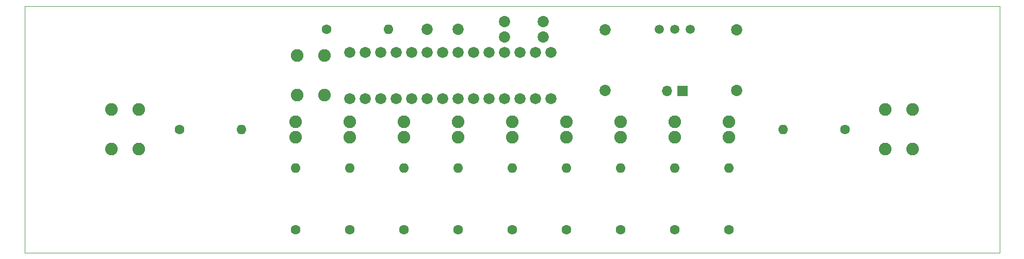
<source format=gbr>
%TF.GenerationSoftware,KiCad,Pcbnew,5.1.9-73d0e3b20d~88~ubuntu20.04.1*%
%TF.CreationDate,2021-02-23T00:09:44-07:00*%
%TF.ProjectId,tow,746f772e-6b69-4636-9164-5f7063625858,rev?*%
%TF.SameCoordinates,Original*%
%TF.FileFunction,Soldermask,Bot*%
%TF.FilePolarity,Negative*%
%FSLAX46Y46*%
G04 Gerber Fmt 4.6, Leading zero omitted, Abs format (unit mm)*
G04 Created by KiCad (PCBNEW 5.1.9-73d0e3b20d~88~ubuntu20.04.1) date 2021-02-23 00:09:44*
%MOMM*%
%LPD*%
G01*
G04 APERTURE LIST*
%TA.AperFunction,Profile*%
%ADD10C,0.050000*%
%TD*%
%ADD11O,1.700000X1.700000*%
%ADD12R,1.700000X1.700000*%
%ADD13C,1.854200*%
%ADD14C,1.828800*%
%ADD15C,1.508760*%
%ADD16C,2.082800*%
%ADD17O,1.600000X1.600000*%
%ADD18C,1.600000*%
G04 APERTURE END LIST*
D10*
X72390000Y-82550000D02*
X232410000Y-82550000D01*
X72390000Y-123190000D02*
X72390000Y-82550000D01*
X232410000Y-123190000D02*
X72390000Y-123190000D01*
X232410000Y-82550000D02*
X232410000Y-123190000D01*
D11*
%TO.C,J1*%
X177800000Y-96520000D03*
D12*
X180340000Y-96520000D03*
%TD*%
D13*
%TO.C,Y1*%
X138430000Y-86360000D03*
X143510000Y-86360000D03*
%TD*%
D14*
%TO.C,U2*%
X125730000Y-90170000D03*
X128270000Y-90170000D03*
X130810000Y-90170000D03*
X133350000Y-90170000D03*
X135890000Y-90170000D03*
X138430000Y-90170000D03*
X140970000Y-90170000D03*
X143510000Y-90170000D03*
X146050000Y-90170000D03*
X148590000Y-90170000D03*
X151130000Y-90170000D03*
X153670000Y-90170000D03*
X156210000Y-90170000D03*
X158750000Y-90170000D03*
X158750000Y-97790000D03*
X156210000Y-97790000D03*
X153670000Y-97790000D03*
X151130000Y-97790000D03*
X148590000Y-97790000D03*
X146050000Y-97790000D03*
X143510000Y-97790000D03*
X140970000Y-97790000D03*
X138430000Y-97790000D03*
X135890000Y-97790000D03*
X133350000Y-97790000D03*
X130810000Y-97790000D03*
X128270000Y-97790000D03*
X125730000Y-97790000D03*
%TD*%
D15*
%TO.C,U1*%
X176530000Y-86360000D03*
X181610000Y-86360000D03*
X179070000Y-86360000D03*
%TD*%
D16*
%TO.C,S3*%
X86639400Y-106121200D03*
X86639400Y-99618800D03*
X91160600Y-106121200D03*
X91160600Y-99618800D03*
%TD*%
%TO.C,S2*%
X218160600Y-99618800D03*
X218160600Y-106121200D03*
X213639400Y-99618800D03*
X213639400Y-106121200D03*
%TD*%
%TO.C,S1*%
X117119400Y-97231200D03*
X117119400Y-90728800D03*
X121640600Y-97231200D03*
X121640600Y-90728800D03*
%TD*%
D17*
%TO.C,R12*%
X187960000Y-109220000D03*
D18*
X187960000Y-119380000D03*
%TD*%
D17*
%TO.C,R11*%
X170180000Y-109220000D03*
D18*
X170180000Y-119380000D03*
%TD*%
D17*
%TO.C,R10*%
X143510000Y-109220000D03*
D18*
X143510000Y-119380000D03*
%TD*%
D17*
%TO.C,R9*%
X125730000Y-109220000D03*
D18*
X125730000Y-119380000D03*
%TD*%
D17*
%TO.C,R8*%
X179070000Y-109220000D03*
D18*
X179070000Y-119380000D03*
%TD*%
D17*
%TO.C,R7*%
X161290000Y-109220000D03*
D18*
X161290000Y-119380000D03*
%TD*%
D17*
%TO.C,R6*%
X134620000Y-109220000D03*
D18*
X134620000Y-119380000D03*
%TD*%
D17*
%TO.C,R5*%
X116840000Y-109220000D03*
D18*
X116840000Y-119380000D03*
%TD*%
D17*
%TO.C,R4*%
X107950000Y-102870000D03*
D18*
X97790000Y-102870000D03*
%TD*%
D17*
%TO.C,R3*%
X196850000Y-102870000D03*
D18*
X207010000Y-102870000D03*
%TD*%
D17*
%TO.C,R2*%
X152400000Y-109220000D03*
D18*
X152400000Y-119380000D03*
%TD*%
D17*
%TO.C,R1*%
X132080000Y-86360000D03*
D18*
X121920000Y-86360000D03*
%TD*%
D16*
%TO.C,D9*%
X187960000Y-104140000D03*
X187960000Y-101600000D03*
%TD*%
%TO.C,D8*%
X170180000Y-104140000D03*
X170180000Y-101600000D03*
%TD*%
%TO.C,D7*%
X143510000Y-104140000D03*
X143510000Y-101600000D03*
%TD*%
%TO.C,D6*%
X125730000Y-104140000D03*
X125730000Y-101600000D03*
%TD*%
%TO.C,D5*%
X179070000Y-104140000D03*
X179070000Y-101600000D03*
%TD*%
%TO.C,D4*%
X161290000Y-104140000D03*
X161290000Y-101600000D03*
%TD*%
%TO.C,D3*%
X134620000Y-104140000D03*
X134620000Y-101600000D03*
%TD*%
%TO.C,D2*%
X116840000Y-104140000D03*
X116840000Y-101600000D03*
%TD*%
%TO.C,D1*%
X152400000Y-104140000D03*
X152400000Y-101600000D03*
%TD*%
D13*
%TO.C,C4*%
X167640000Y-86441280D03*
X167640000Y-96438720D03*
%TD*%
%TO.C,C3*%
X157480000Y-87630000D03*
X157480000Y-85090000D03*
%TD*%
%TO.C,C2*%
X151130000Y-87630000D03*
X151130000Y-85090000D03*
%TD*%
%TO.C,C1*%
X189230000Y-86441280D03*
X189230000Y-96438720D03*
%TD*%
M02*

</source>
